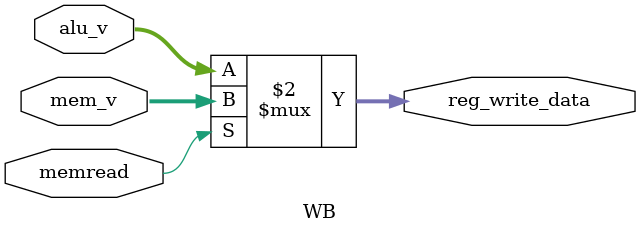
<source format=v>
`timescale 1ns/1ps

module WB ( alu_v, mem_v, memread, 
            reg_write_data);

    input [31:0] alu_v, mem_v;
    input memread;
    output [31:0] reg_write_data;
    
    assign reg_write_data = (memread == 0) ? alu_v : mem_v;

endmodule 
</source>
